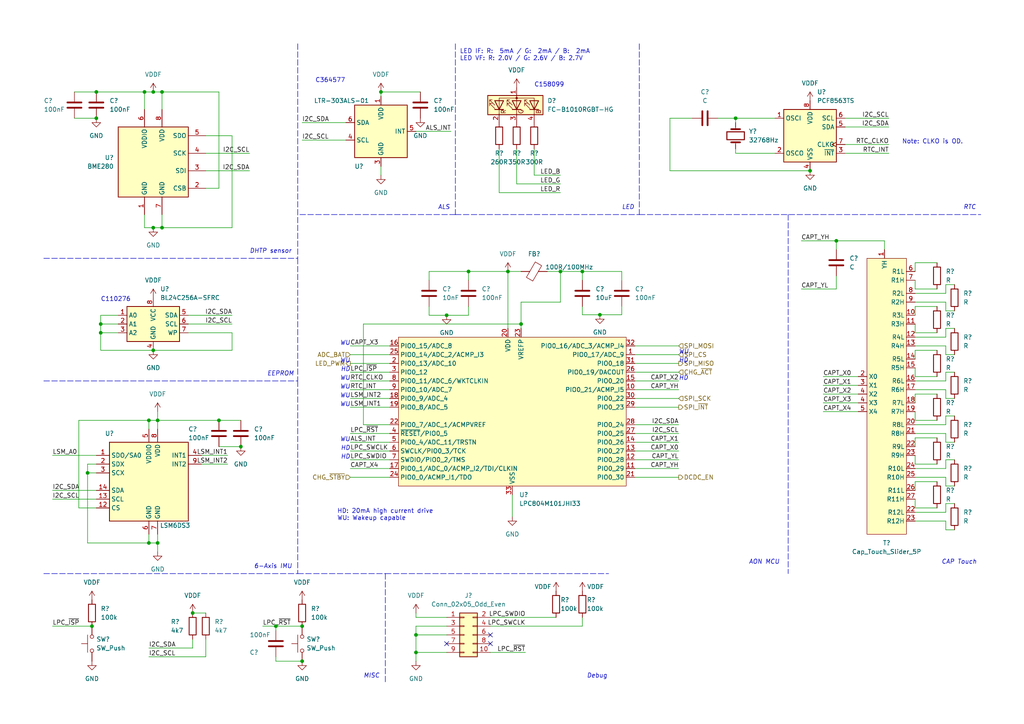
<source format=kicad_sch>
(kicad_sch (version 20211123) (generator eeschema)
  (paper "A4")
  (title_block (title "Home Sensor Tag") (rev "A0") (company "iM.Inc") (comment 1 "PRE-RELEASE"))
  (lib_symbols
    (symbol "Cap_Touch:Cap_Touch_Slider_5P"
      (property "Reference" "T" (at -38.1 -6.35 0))
      (property "Value" "Cap_Touch_Slider_5P" (at 31.75 -6.35 0))
      (symbol "Cap_Touch_Slider_5P_0_0"
        (pin passive line (at -41.91 1.27 0) (length 2.54) (name "YH") (number "1"))
        (pin passive line (at -22.86 10.16 270) (length 2.54) (name "R3L") (number "10"))
        (pin passive line (at -20.32 10.16 270) (length 2.54) (name "R3H") (number "11"))
        (pin passive line (at -16.51 10.16 270) (length 2.54) (name "R4L") (number "12"))
        (pin passive line (at -13.97 10.16 270) (length 2.54) (name "R4H") (number "13"))
        (pin passive line (at -10.16 10.16 270) (length 2.54) (name "R5L") (number "14"))
        (pin passive line (at -7.62 10.16 270) (length 2.54) (name "R5H") (number "15"))
        (pin passive line (at -3.81 10.16 270) (length 2.54) (name "R6L") (number "16"))
        (pin passive line (at -1.27 10.16 270) (length 2.54) (name "R6H") (number "17"))
        (pin passive line (at 2.54 10.16 270) (length 2.54) (name "R7L") (number "18"))
        (pin passive line (at 5.08 10.16 270) (length 2.54) (name "R7H") (number "19"))
        (pin passive line (at -5.08 -6.35 90) (length 2.54) (name "X0") (number "2"))
        (pin passive line (at 8.89 10.16 270) (length 2.54) (name "R8L") (number "20"))
        (pin passive line (at 11.43 10.16 270) (length 2.54) (name "R8H") (number "21"))
        (pin passive line (at 34.29 10.16 270) (length 2.54) (name "R12L") (number "22"))
        (pin passive line (at 15.24 10.16 270) (length 2.54) (name "R9L") (number "22"))
        (pin passive line (at 36.83 10.16 270) (length 2.54) (name "R12H") (number "23"))
        (pin passive line (at 17.78 10.16 270) (length 2.54) (name "R9H") (number "23"))
        (pin passive line (at 21.59 10.16 270) (length 2.54) (name "R10L") (number "24"))
        (pin passive line (at 24.13 10.16 270) (length 2.54) (name "R10H") (number "25"))
        (pin passive line (at 27.94 10.16 270) (length 2.54) (name "R11L") (number "26"))
        (pin passive line (at 30.48 10.16 270) (length 2.54) (name "R11H") (number "27"))
        (pin passive line (at -2.54 -6.35 90) (length 2.54) (name "X1") (number "3"))
        (pin passive line (at 0 -6.35 90) (length 2.54) (name "X2") (number "4"))
        (pin passive line (at 2.54 -6.35 90) (length 2.54) (name "X3") (number "4"))
        (pin passive line (at 5.08 -6.35 90) (length 2.54) (name "X4") (number "5"))
        (pin passive line (at -35.56 10.16 270) (length 2.54) (name "R1L") (number "6"))
        (pin passive line (at -33.02 10.16 270) (length 2.54) (name "R1H") (number "7"))
        (pin passive line (at -29.21 10.16 270) (length 2.54) (name "R2L") (number "8"))
        (pin passive line (at -26.67 10.16 270) (length 2.54) (name "R2H") (number "9"))
      )
      (symbol "Cap_Touch_Slider_5P_0_1"
        (rectangle (start -39.37 7.62) (end 40.64 -3.81) (fill (type background)))
      )
    )
    (symbol "Connector_Generic:Conn_02x05_Odd_Even" (pin_names (offset 1.016) hide)
      (property "Reference" "J" (at 1.27 7.62 0))
      (property "Value" "Conn_02x05_Odd_Even" (at 1.27 -7.62 0))
      (symbol "Conn_02x05_Odd_Even_1_1"
        (rectangle (start -1.27 -4.953) (end 0 -5.207) (stroke (width 0.1524)))
        (rectangle (start -1.27 -2.413) (end 0 -2.667) (stroke (width 0.1524)))
        (rectangle (start -1.27 0.127) (end 0 -0.127) (stroke (width 0.1524)))
        (rectangle (start -1.27 2.667) (end 0 2.413) (stroke (width 0.1524)))
        (rectangle (start -1.27 5.207) (end 0 4.953) (stroke (width 0.1524)))
        (rectangle (start -1.27 6.35) (end 3.81 -6.35) (stroke (width 0.254)) (fill (type background)))
        (rectangle (start 3.81 -4.953) (end 2.54 -5.207) (stroke (width 0.1524)))
        (rectangle (start 3.81 -2.413) (end 2.54 -2.667) (stroke (width 0.1524)))
        (rectangle (start 3.81 0.127) (end 2.54 -0.127) (stroke (width 0.1524)))
        (rectangle (start 3.81 2.667) (end 2.54 2.413) (stroke (width 0.1524)))
        (rectangle (start 3.81 5.207) (end 2.54 4.953) (stroke (width 0.1524)))
        (pin passive line (at -5.08 5.08 0) (length 3.81) (name "Pin_1") (number "1"))
        (pin passive line (at 7.62 -5.08 180) (length 3.81) (name "Pin_10") (number "10"))
        (pin passive line (at 7.62 5.08 180) (length 3.81) (name "Pin_2") (number "2"))
        (pin passive line (at -5.08 2.54 0) (length 3.81) (name "Pin_3") (number "3"))
        (pin passive line (at 7.62 2.54 180) (length 3.81) (name "Pin_4") (number "4"))
        (pin passive line (at -5.08 0 0) (length 3.81) (name "Pin_5") (number "5"))
        (pin passive line (at 7.62 0 180) (length 3.81) (name "Pin_6") (number "6"))
        (pin passive line (at -5.08 -2.54 0) (length 3.81) (name "Pin_7") (number "7"))
        (pin passive line (at 7.62 -2.54 180) (length 3.81) (name "Pin_8") (number "8"))
        (pin passive line (at -5.08 -5.08 0) (length 3.81) (name "Pin_9") (number "9"))
      )
    )
    (symbol "Device:C" (pin_numbers hide) (pin_names (offset 0.254))
      (property "Reference" "C" (at 0.635 2.54 0))
      (property "Value" "C" (at 0.635 -2.54 0))
      (symbol "C_0_1"
        (polyline (pts (xy -2.032 -0.762) (xy 2.032 -0.762)) (stroke (width 0.508)))
        (polyline (pts (xy -2.032 0.762) (xy 2.032 0.762)) (stroke (width 0.508)))
      )
      (symbol "C_1_1"
        (pin passive line (at 0 3.81 270) (length 2.794) (name "~") (number "1"))
        (pin passive line (at 0 -3.81 90) (length 2.794) (name "~") (number "2"))
      )
    )
    (symbol "Device:Crystal" (pin_numbers hide) (pin_names (offset 1.016) hide)
      (property "Reference" "Y" (at 0 3.81 0))
      (property "Value" "Crystal" (at 0 -3.81 0))
      (symbol "Crystal_0_1"
        (rectangle (start -1.143 2.54) (end 1.143 -2.54) (stroke (width 0.3048)))
        (polyline (pts (xy -2.54 0) (xy -1.905 0)))
        (polyline (pts (xy -1.905 -1.27) (xy -1.905 1.27)) (stroke (width 0.508)))
        (polyline (pts (xy 1.905 -1.27) (xy 1.905 1.27)) (stroke (width 0.508)))
        (polyline (pts (xy 2.54 0) (xy 1.905 0)))
      )
      (symbol "Crystal_1_1"
        (pin passive line (at -3.81 0 0) (length 1.27) (name "1") (number "1"))
        (pin passive line (at 3.81 0 180) (length 1.27) (name "2") (number "2"))
      )
    )
    (symbol "Device:FerriteBead" (pin_numbers hide) (pin_names (offset 0))
      (property "Reference" "FB" (at -3.81 0.635 90))
      (property "Value" "FerriteBead" (at 3.81 0 90))
      (symbol "FerriteBead_0_1"
        (polyline (pts (xy 0 -1.27) (xy 0 -1.2192)))
        (polyline (pts (xy 0 1.27) (xy 0 1.2954)))
        (polyline (pts (xy -2.7686 0.4064) (xy -1.7018 2.2606) (xy 2.7686 -0.3048) (xy 1.6764 -2.159) (xy -2.7686 0.4064)))
      )
      (symbol "FerriteBead_1_1"
        (pin passive line (at 0 3.81 270) (length 2.54) (name "~") (number "1"))
        (pin passive line (at 0 -3.81 90) (length 2.54) (name "~") (number "2"))
      )
    )
    (symbol "Device:LED_ARGB" (pin_names (offset 0) hide)
      (property "Reference" "D" (at 0 9.398 0))
      (property "Value" "LED_ARGB" (at 0 -8.89 0))
      (symbol "LED_ARGB_0_0"
        (text "B" (at -1.905 -6.35 0) (effects (font (size 1.27 1.27))))
        (text "G" (at -1.905 -1.27 0) (effects (font (size 1.27 1.27))))
        (text "R" (at -1.905 3.81 0) (effects (font (size 1.27 1.27))))
      )
      (symbol "LED_ARGB_0_1"
        (polyline (pts (xy -1.27 -5.08) (xy -2.54 -5.08)))
        (polyline (pts (xy -1.27 -5.08) (xy 1.27 -5.08)))
        (polyline (pts (xy -1.27 -3.81) (xy -1.27 -6.35)) (stroke (width 0.254)))
        (polyline (pts (xy -1.27 0) (xy -2.54 0)))
        (polyline (pts (xy -1.27 1.27) (xy -1.27 -1.27)) (stroke (width 0.254)))
        (polyline (pts (xy -1.27 5.08) (xy -2.54 5.08)))
        (polyline (pts (xy -1.27 5.08) (xy 1.27 5.08)))
        (polyline (pts (xy -1.27 6.35) (xy -1.27 3.81)) (stroke (width 0.254)))
        (polyline (pts (xy 1.27 0) (xy -1.27 0)))
        (polyline (pts (xy 1.27 0) (xy 2.54 0)))
        (polyline (pts (xy -1.27 1.27) (xy -1.27 -1.27) (xy -1.27 -1.27)))
        (polyline (pts (xy -1.27 6.35) (xy -1.27 3.81) (xy -1.27 3.81)))
        (polyline (pts (xy 1.27 -5.08) (xy 2.032 -5.08) (xy 2.032 5.08) (xy 1.27 5.08)))
        (polyline (pts (xy 1.27 -3.81) (xy 1.27 -6.35) (xy -1.27 -5.08) (xy 1.27 -3.81)) (stroke (width 0.254)))
        (polyline (pts (xy 1.27 1.27) (xy 1.27 -1.27) (xy -1.27 0) (xy 1.27 1.27)) (stroke (width 0.254)))
        (polyline (pts (xy 1.27 6.35) (xy 1.27 3.81) (xy -1.27 5.08) (xy 1.27 6.35)) (stroke (width 0.254)))
        (polyline (pts (xy -1.016 -3.81) (xy 0.508 -2.286) (xy -0.254 -2.286) (xy 0.508 -2.286) (xy 0.508 -3.048)))
        (polyline (pts (xy -1.016 1.27) (xy 0.508 2.794) (xy -0.254 2.794) (xy 0.508 2.794) (xy 0.508 2.032)))
        (polyline (pts (xy -1.016 6.35) (xy 0.508 7.874) (xy -0.254 7.874) (xy 0.508 7.874) (xy 0.508 7.112)))
        (polyline (pts (xy 0 -3.81) (xy 1.524 -2.286) (xy 0.762 -2.286) (xy 1.524 -2.286) (xy 1.524 -3.048)))
        (polyline (pts (xy 0 1.27) (xy 1.524 2.794) (xy 0.762 2.794) (xy 1.524 2.794) (xy 1.524 2.032)))
        (polyline (pts (xy 0 6.35) (xy 1.524 7.874) (xy 0.762 7.874) (xy 1.524 7.874) (xy 1.524 7.112)))
        (rectangle (start 1.27 -1.27) (end 1.27 1.27))
        (rectangle (start 1.27 1.27) (end 1.27 1.27))
        (rectangle (start 1.27 3.81) (end 1.27 6.35))
        (rectangle (start 1.27 6.35) (end 1.27 6.35))
        (circle (center 2.032 0) (radius 0.254) (fill (type outline)))
        (rectangle (start 2.794 8.382) (end -2.794 -7.62) (stroke (width 0.254)) (fill (type background)))
      )
      (symbol "LED_ARGB_1_1"
        (pin passive line (at 5.08 0 180) (length 2.54) (name "A") (number "1"))
        (pin passive line (at -5.08 5.08 0) (length 2.54) (name "RK") (number "2"))
        (pin passive line (at -5.08 0 0) (length 2.54) (name "GK") (number "3"))
        (pin passive line (at -5.08 -5.08 0) (length 2.54) (name "BK") (number "4"))
      )
    )
    (symbol "Device:R" (pin_numbers hide) (pin_names (offset 0))
      (property "Reference" "R" (at 2.032 0 90))
      (property "Value" "R" (at 0 0 90))
      (symbol "R_0_1"
        (rectangle (start -1.016 -2.54) (end 1.016 2.54) (stroke (width 0.254)))
      )
      (symbol "R_1_1"
        (pin passive line (at 0 3.81 270) (length 1.27) (name "~") (number "1"))
        (pin passive line (at 0 -3.81 90) (length 1.27) (name "~") (number "2"))
      )
    )
    (symbol "MCU_NXP_LPC_Local:LPC804M101JHI33"
      (property "Reference" "U" (at -31.75 21.59 0))
      (property "Value" "LPC804M101JHI33" (at 24.13 21.59 0))
      (symbol "LPC804M101JHI33_0_0"
        (pin tri_state line (at 35.56 15.24 180) (length 2.54) (name "PIO0_17/ADC_9") (number "1"))
        (pin tri_state line (at 35.56 5.08 180) (length 2.54) (name "PIO0_21/ACMP_I5") (number "10"))
        (pin tri_state line (at 35.56 -17.78 180) (length 2.54) (name "PIO0_29") (number "11"))
        (pin tri_state line (at 35.56 -15.24 180) (length 2.54) (name "PIO0_28") (number "12"))
        (pin tri_state line (at 35.56 -12.7 180) (length 2.54) (name "PIO0_27") (number "13"))
        (pin tri_state line (at 35.56 -10.16 180) (length 2.54) (name "PIO0_26") (number "14"))
        (pin tri_state line (at 35.56 7.62 180) (length 2.54) (name "PIO0_20") (number "15"))
        (pin tri_state line (at -35.56 17.78 0) (length 2.54) (name "PIO0_15/ADC_8") (number "16"))
        (pin tri_state line (at -35.56 -17.78 0) (length 2.54) (name "PIO0_1/ADC_0/ACMP_I2/TDI/CLKIN") (number "17"))
        (pin tri_state line (at -35.56 2.54 0) (length 2.54) (name "PIO0_9/ADC_4") (number "18"))
        (pin tri_state line (at -35.56 0 0) (length 2.54) (name "PIO0_8/ADC_5") (number "19"))
        (pin tri_state line (at -35.56 12.7 0) (length 2.54) (name "PIO0_13/ADC_10") (number "2"))
        (pin power_in line (at -1.27 22.86 270) (length 2.54) (name "VDD") (number "20"))
        (pin tri_state line (at 35.56 -20.32 180) (length 2.54) (name "PIO0_30") (number "21"))
        (pin tri_state line (at -35.56 -5.08 0) (length 2.54) (name "PIO0_7/ADC_1/ACMPVREF") (number "22"))
        (pin power_in line (at 2.54 22.86 270) (length 2.54) (name "VREFP") (number "23"))
        (pin tri_state line (at -35.56 -20.32 0) (length 2.54) (name "PIO0_0/ACMP_I1/TDO") (number "24"))
        (pin tri_state line (at -35.56 15.24 0) (length 2.54) (name "PIO0_14/ADC_2/ACMP_I3") (number "25"))
        (pin tri_state line (at 35.56 10.16 180) (length 2.54) (name "PIO0_19/DACOUT") (number "26"))
        (pin tri_state line (at 35.56 -7.62 180) (length 2.54) (name "PIO0_25") (number "27"))
        (pin tri_state line (at 35.56 -5.08 180) (length 2.54) (name "PIO0_24") (number "28"))
        (pin tri_state line (at 35.56 0 180) (length 2.54) (name "PIO0_23") (number "29"))
        (pin tri_state line (at -35.56 10.16 0) (length 2.54) (name "PIO0_12") (number "3"))
        (pin tri_state line (at 35.56 2.54 180) (length 2.54) (name "PIO0_22") (number "30"))
        (pin tri_state line (at 35.56 12.7 180) (length 2.54) (name "PIO0_18") (number "31"))
        (pin tri_state line (at 35.56 17.78 180) (length 2.54) (name "PIO0_16/ADC_3/ACMP_I4") (number "32"))
        (pin power_in line (at 0 -25.4 90) (length 2.54) (name "VSS") (number "33"))
        (pin tri_state line (at -35.56 -7.62 0) (length 2.54) (name "~{RESET}/PIO0_5") (number "4"))
        (pin tri_state line (at -35.56 -10.16 0) (length 2.54) (name "PIO0_4/ADC_11/TRSTN") (number "5"))
        (pin tri_state line (at -35.56 -12.7 0) (length 2.54) (name "SWCLK/PIO0_3/TCK") (number "6"))
        (pin tri_state line (at -35.56 -15.24 0) (length 2.54) (name "SWDIO/PIO0_2/TMS") (number "7"))
        (pin tri_state line (at -35.56 7.62 0) (length 2.54) (name "PIO0_11/ADC_6/WKTCLKIN") (number "8"))
        (pin tri_state line (at -35.56 5.08 0) (length 2.54) (name "PIO0_10/ADC_7") (number "9"))
      )
      (symbol "LPC804M101JHI33_0_1"
        (rectangle (start -33.02 20.32) (end 33.02 -22.86) (fill (type background)))
      )
    )
    (symbol "Memory_EEPROM:CAT24C256"
      (property "Reference" "U" (at -6.35 6.35 0))
      (property "Value" "CAT24C256" (at 1.27 6.35 0))
      (symbol "CAT24C256_1_1"
        (rectangle (start -7.62 5.08) (end 7.62 -5.08) (stroke (width 0.254)) (fill (type background)))
        (pin input line (at -10.16 2.54 0) (length 2.54) (name "A0") (number "1"))
        (pin input line (at -10.16 0 0) (length 2.54) (name "A1") (number "2"))
        (pin input line (at -10.16 -2.54 0) (length 2.54) (name "A2") (number "3"))
        (pin power_in line (at 0 -7.62 90) (length 2.54) (name "GND") (number "4"))
        (pin bidirectional line (at 10.16 2.54 180) (length 2.54) (name "SDA") (number "5"))
        (pin input line (at 10.16 0 180) (length 2.54) (name "SCL") (number "6"))
        (pin input line (at 10.16 -2.54 180) (length 2.54) (name "WP") (number "7"))
        (pin power_in line (at 0 7.62 270) (length 2.54) (name "VCC") (number "8"))
      )
    )
    (symbol "Sensor:BME280"
      (property "Reference" "U" (at -8.89 11.43 0))
      (property "Value" "BME280" (at 7.62 11.43 0))
      (symbol "BME280_0_1"
        (rectangle (start -10.16 10.16) (end 10.16 -10.16) (stroke (width 0.254)) (fill (type background)))
      )
      (symbol "BME280_1_1"
        (pin power_in line (at -2.54 -15.24 90) (length 5.08) (name "GND") (number "1"))
        (pin input line (at 15.24 -7.62 180) (length 5.08) (name "CSB") (number "2"))
        (pin bidirectional line (at 15.24 -2.54 180) (length 5.08) (name "SDI") (number "3"))
        (pin input line (at 15.24 2.54 180) (length 5.08) (name "SCK") (number "4"))
        (pin bidirectional line (at 15.24 7.62 180) (length 5.08) (name "SDO") (number "5"))
        (pin power_in line (at -2.54 15.24 270) (length 5.08) (name "VDDIO") (number "6"))
        (pin power_in line (at 2.54 -15.24 90) (length 5.08) (name "GND") (number "7"))
        (pin power_in line (at 2.54 15.24 270) (length 5.08) (name "VDD") (number "8"))
      )
    )
    (symbol "Sensor_Motion:LSM6DS3"
      (property "Reference" "U" (at -11.43 15.24 0))
      (property "Value" "LSM6DS3" (at -11.43 12.7 0))
      (symbol "LSM6DS3_0_1"
        (rectangle (start 11.43 11.43) (end -11.43 -11.43) (stroke (width 0.254)) (fill (type background)))
      )
      (symbol "LSM6DS3_1_1"
        (pin bidirectional line (at -15.24 7.62 0) (length 3.81) (name "SDO/SA0") (number "1"))
        (pin no_connect line (at 10.16 -5.08 180) (length 3.81) hide (name "NC") (number "10"))
        (pin no_connect line (at 10.16 -2.54 180) (length 3.81) hide (name "NC") (number "11"))
        (pin input line (at -15.24 -7.62 0) (length 3.81) (name "CS") (number "12"))
        (pin input line (at -15.24 -5.08 0) (length 3.81) (name "SCL") (number "13"))
        (pin bidirectional line (at -15.24 -2.54 0) (length 3.81) (name "SDA") (number "14"))
        (pin bidirectional line (at -15.24 5.08 0) (length 3.81) (name "SDX") (number "2"))
        (pin input line (at -15.24 2.54 0) (length 3.81) (name "SCX") (number "3"))
        (pin output line (at 15.24 7.62 180) (length 3.81) (name "INT1") (number "4"))
        (pin power_in line (at 0 15.24 270) (length 3.81) (name "VDDIO") (number "5"))
        (pin power_in line (at 0 -15.24 90) (length 3.81) (name "GND") (number "6"))
        (pin power_in line (at 2.54 -15.24 90) (length 3.81) (name "GND") (number "7"))
        (pin power_in line (at 2.54 15.24 270) (length 3.81) (name "VDD") (number "8"))
        (pin output line (at 15.24 5.08 180) (length 3.81) (name "INT2") (number "9"))
      )
    )
    (symbol "Sensor_Optical:LTR-303ALS-01"
      (property "Reference" "U" (at -7.62 8.89 0))
      (property "Value" "LTR-303ALS-01" (at 1.27 8.89 0))
      (symbol "LTR-303ALS-01_0_1"
        (rectangle (start -7.62 7.62) (end 7.62 -7.62) (stroke (width 0.254)) (fill (type background)))
      )
      (symbol "LTR-303ALS-01_1_1"
        (pin power_in line (at 0 10.16 270) (length 2.54) (name "VDD") (number "1"))
        (pin no_connect line (at 2.54 0 180) (length 2.54) hide (name "NC") (number "2"))
        (pin power_in line (at 0 -10.16 90) (length 2.54) (name "GND") (number "3"))
        (pin input line (at -10.16 -2.54 0) (length 2.54) (name "SCL") (number "4"))
        (pin open_collector line (at 10.16 0 180) (length 2.54) (name "INT") (number "5"))
        (pin bidirectional line (at -10.16 2.54 0) (length 2.54) (name "SDA") (number "6"))
      )
    )
    (symbol "Switch:SW_Push" (pin_numbers hide) (pin_names (offset 1.016) hide)
      (property "Reference" "SW" (at 1.27 2.54 0))
      (property "Value" "SW_Push" (at 0 -1.524 0))
      (symbol "SW_Push_0_1"
        (circle (center -2.032 0) (radius 0.508))
        (polyline (pts (xy 0 1.27) (xy 0 3.048)))
        (polyline (pts (xy 2.54 1.27) (xy -2.54 1.27)))
        (circle (center 2.032 0) (radius 0.508))
        (pin passive line (at -5.08 0 0) (length 2.54) (name "1") (number "1"))
        (pin passive line (at 5.08 0 180) (length 2.54) (name "2") (number "2"))
      )
    )
    (symbol "Timer_RTC:PCF8563TS"
      (property "Reference" "U" (at -7.62 8.89 0))
      (property "Value" "PCF8563TS" (at 2.54 8.89 0))
      (symbol "PCF8563TS_0_1"
        (rectangle (start -7.62 7.62) (end 7.62 -7.62) (stroke (width 0.254)) (fill (type background)))
      )
      (symbol "PCF8563TS_1_1"
        (pin input line (at -10.16 5.08 0) (length 2.54) (name "OSCI") (number "1"))
        (pin output line (at -10.16 -5.08 0) (length 2.54) (name "OSCO") (number "2"))
        (pin output line (at 10.16 -5.08 180) (length 2.54) (name "~{INT}") (number "3"))
        (pin power_in line (at 0 -10.16 90) (length 2.54) (name "VSS") (number "4"))
        (pin bidirectional line (at 10.16 2.54 180) (length 2.54) (name "SDA") (number "5"))
        (pin input line (at 10.16 5.08 180) (length 2.54) (name "SCL") (number "6"))
        (pin output clock (at 10.16 -2.54 180) (length 2.54) (name "CLKO") (number "7"))
        (pin power_in line (at 0 10.16 270) (length 2.54) (name "VDD") (number "8"))
      )
    )
    (symbol "power:GND" (power) (pin_names (offset 0))
      (property "Value" "GND" (at 0 -3.81 0))
      (symbol "GND_0_1"
        (polyline (pts (xy 0 0) (xy 0 -1.27) (xy 1.27 -1.27) (xy 0 -2.54) (xy -1.27 -1.27) (xy 0 -1.27)))
      )
      (symbol "GND_1_1"
        (pin power_in line (at 0 0 270) (length 0) hide (name "GND") (number "1"))
      )
    )
    (symbol "power:VDDF" (power) (pin_names (offset 0))
      (property "Value" "VDDF" (at 0 3.81 0))
      (symbol "VDDF_0_1"
        (polyline (pts (xy -0.762 1.27) (xy 0 2.54)))
        (polyline (pts (xy 0 0) (xy 0 2.54)))
        (polyline (pts (xy 0 2.54) (xy 0.762 1.27)))
      )
      (symbol "VDDF_1_1"
        (pin power_in line (at 0 0 90) (length 0) hide (name "VDDF") (number "1"))
      )
    )
  )
  (junction (at 242.57 69.85))
  (junction (at 80.01 181.61))
  (junction (at 120.65 184.15))
  (junction (at 27.94 34.29))
  (junction (at 87.63 181.61))
  (junction (at 135.89 78.74))
  (junction (at 46.99 66.04))
  (junction (at 69.85 129.54))
  (junction (at 213.36 34.29))
  (junction (at 26.67 181.61))
  (junction (at 234.95 49.53))
  (junction (at 162.56 78.74))
  (junction (at 44.45 101.6))
  (junction (at 44.45 66.04))
  (junction (at 46.99 26.67))
  (junction (at 173.99 91.2961))
  (junction (at 55.88 177.8))
  (junction (at 25.4 137.16))
  (junction (at 29.21 96.52))
  (junction (at 44.45 26.67))
  (junction (at 43.18 157.48))
  (junction (at 87.63 191.77))
  (junction (at 45.72 157.48))
  (junction (at 151.13 93.98))
  (junction (at 147.32 78.74))
  (junction (at 41.91 26.67))
  (junction (at 43.18 121.92))
  (junction (at 45.72 121.92))
  (junction (at 27.94 26.67))
  (junction (at 63.5 121.92))
  (junction (at 129.54 91.44))
  (junction (at 29.21 93.98))
  (junction (at 168.91 78.74))
  (junction (at 120.65 189.23))
  (junction (at 110.49 26.67))
  (no_connect (at 129.54 186.69))
  (no_connect (at 142.24 186.69))
  (no_connect (at 142.24 184.15))
  (wire (pts (xy 59.69 54.61) (xy 63.5 54.61)))
  (wire (pts (xy 22.86 121.92) (xy 43.18 121.92)))
  (wire (pts (xy 265.43 100.33) (xy 274.32 100.33)))
  (wire (pts (xy 55.88 177.8) (xy 59.69 177.8)))
  (wire (pts (xy 180.34 88.9) (xy 180.34 91.2961)))
  (wire (pts (xy 265.43 106.68) (xy 265.43 109.22)))
  (wire (pts (xy 242.57 69.85) (xy 242.57 72.39)))
  (wire (pts (xy 67.31 66.04) (xy 46.99 66.04)))
  (wire (pts (xy 46.99 31.75) (xy 46.99 26.67)))
  (wire (pts (xy 265.43 127) (xy 271.78 127)))
  (wire (pts (xy 54.61 91.44) (xy 67.31 91.44)))
  (wire (pts (xy 63.5 54.61) (xy 63.5 26.67)))
  (wire (pts (xy 265.43 78.74) (xy 265.43 76.2)))
  (wire (pts (xy 55.88 187.96) (xy 43.18 187.96)))
  (wire (pts (xy 15.24 132.08) (xy 27.94 132.08)))
  (wire (pts (xy 101.6 128.27) (xy 113.03 128.27)))
  (wire (pts (xy 58.42 132.08) (xy 66.04 132.08)))
  (wire (pts (xy 129.54 91.44) (xy 124.46 91.44)))
  (wire (pts (xy 274.32 135.89) (xy 274.32 133.35)))
  (wire (pts (xy 45.72 121.92) (xy 63.5 121.92)))
  (wire (pts (xy 120.65 38.1) (xy 130.81 38.1)))
  (wire (pts (xy 63.5 129.54) (xy 69.85 129.54)))
  (wire (pts (xy 238.76 111.76) (xy 248.92 111.76)))
  (wire (pts (xy 151.13 93.98) (xy 151.13 95.25)))
  (wire (pts (xy 59.69 44.45) (xy 72.39 44.45)))
  (wire (pts (xy 54.61 96.52) (xy 67.31 96.52)))
  (wire (pts (xy 242.57 80.01) (xy 242.57 83.82)))
  (wire (pts (xy 213.36 34.29) (xy 224.79 34.29)))
  (wire (pts (xy 274.32 140.97) (xy 276.86 140.97)))
  (wire (pts (xy 184.15 102.87) (xy 196.85 102.87)))
  (wire (pts (xy 151.13 78.74) (xy 147.32 78.74)))
  (wire (pts (xy 274.32 95.25) (xy 276.86 95.25)))
  (wire (pts (xy 120.65 177.8) (xy 120.65 179.07)))
  (wire (pts (xy 21.59 26.67) (xy 27.94 26.67)))
  (wire (pts (xy 101.6 113.03) (xy 113.03 113.03)))
  (wire (pts (xy 274.32 128.27) (xy 276.86 128.27)))
  (wire (pts (xy 232.41 69.85) (xy 242.57 69.85)))
  (wire (pts (xy 184.15 118.11) (xy 196.85 118.11)))
  (polyline (pts (xy 12.7 166.37) (xy 86.36 166.37)))
  (wire (pts (xy 101.6 125.73) (xy 113.03 125.73)))
  (wire (pts (xy 274.32 97.79) (xy 274.32 95.25)))
  (wire (pts (xy 265.43 88.9) (xy 271.78 88.9)))
  (wire (pts (xy 274.32 153.67) (xy 276.86 153.67)))
  (wire (pts (xy 168.91 78.74) (xy 168.91 81.28)))
  (wire (pts (xy 245.11 41.91) (xy 257.81 41.91)))
  (wire (pts (xy 101.6 133.35) (xy 113.03 133.35)))
  (wire (pts (xy 180.34 91.2961) (xy 173.99 91.2961)))
  (wire (pts (xy 265.43 148.59) (xy 274.32 148.59)))
  (wire (pts (xy 274.32 133.35) (xy 276.86 133.35)))
  (wire (pts (xy 59.69 49.53) (xy 72.39 49.53)))
  (wire (pts (xy 45.72 157.48) (xy 45.72 160.02)))
  (wire (pts (xy 274.32 148.59) (xy 274.32 146.05)))
  (wire (pts (xy 110.49 26.67) (xy 121.92 26.67)))
  (wire (pts (xy 135.89 91.44) (xy 129.54 91.44)))
  (wire (pts (xy 120.65 181.61) (xy 120.65 184.15)))
  (wire (pts (xy 124.46 91.44) (xy 124.46 88.9)))
  (wire (pts (xy 180.34 78.74) (xy 180.34 81.28)))
  (wire (pts (xy 265.43 121.92) (xy 271.78 121.92)))
  (wire (pts (xy 120.65 184.15) (xy 120.65 189.23)))
  (wire (pts (xy 46.99 62.23) (xy 46.99 66.04)))
  (wire (pts (xy 245.11 34.29) (xy 257.81 34.29)))
  (wire (pts (xy 101.6 110.49) (xy 113.03 110.49)))
  (wire (pts (xy 29.21 93.98) (xy 34.29 93.98)))
  (wire (pts (xy 184.15 130.81) (xy 196.85 130.81)))
  (wire (pts (xy 265.43 138.43) (xy 274.32 138.43)))
  (wire (pts (xy 135.89 78.74) (xy 147.32 78.74)))
  (wire (pts (xy 274.32 113.03) (xy 274.32 115.57)))
  (wire (pts (xy 194.31 49.53) (xy 234.95 49.53)))
  (wire (pts (xy 21.59 34.29) (xy 27.94 34.29)))
  (wire (pts (xy 29.21 96.52) (xy 34.29 96.52)))
  (polyline (pts (xy 185.42 62.23) (xy 284.48 62.23)))
  (wire (pts (xy 100.33 35.56) (xy 87.63 35.56)))
  (wire (pts (xy 101.6 102.87) (xy 113.03 102.87)))
  (wire (pts (xy 274.32 82.55) (xy 276.86 82.55)))
  (wire (pts (xy 67.31 96.52) (xy 67.31 101.6)))
  (wire (pts (xy 101.6 105.41) (xy 113.03 105.41)))
  (wire (pts (xy 154.94 43.18) (xy 154.94 50.8)))
  (wire (pts (xy 154.94 50.8) (xy 162.56 50.8)))
  (wire (pts (xy 22.86 147.32) (xy 22.86 121.92)))
  (wire (pts (xy 113.03 123.19) (xy 105.41 123.19)))
  (wire (pts (xy 142.24 181.61) (xy 168.91 181.61)))
  (polyline (pts (xy 132.08 62.23) (xy 86.36 62.23)))
  (wire (pts (xy 43.18 121.92) (xy 45.72 121.92)))
  (wire (pts (xy 265.43 147.32) (xy 271.78 147.32)))
  (wire (pts (xy 151.13 87.63) (xy 151.13 93.98)))
  (wire (pts (xy 67.31 39.37) (xy 67.31 66.04)))
  (polyline (pts (xy 86.36 166.37) (xy 111.76 166.37)))
  (wire (pts (xy 43.18 190.5) (xy 59.69 190.5)))
  (wire (pts (xy 120.65 189.23) (xy 129.54 189.23)))
  (wire (pts (xy 265.43 91.44) (xy 265.43 88.9)))
  (wire (pts (xy 162.56 87.63) (xy 162.56 78.74)))
  (wire (pts (xy 27.94 142.24) (xy 15.24 142.24)))
  (polyline (pts (xy 111.76 166.37) (xy 111.76 198.12)))
  (polyline (pts (xy 228.6 62.23) (xy 228.6 166.37)))
  (wire (pts (xy 274.32 115.57) (xy 276.86 115.57)))
  (wire (pts (xy 120.65 184.15) (xy 129.54 184.15)))
  (wire (pts (xy 27.94 26.67) (xy 41.91 26.67)))
  (wire (pts (xy 101.6 135.89) (xy 113.03 135.89)))
  (wire (pts (xy 67.31 101.6) (xy 44.45 101.6)))
  (wire (pts (xy 148.59 143.51) (xy 148.59 149.86)))
  (wire (pts (xy 101.6 100.33) (xy 113.03 100.33)))
  (wire (pts (xy 265.43 139.7) (xy 271.78 139.7)))
  (wire (pts (xy 29.21 93.98) (xy 29.21 96.52)))
  (wire (pts (xy 29.21 101.6) (xy 44.45 101.6)))
  (wire (pts (xy 274.32 90.17) (xy 276.86 90.17)))
  (wire (pts (xy 101.6 107.95) (xy 113.03 107.95)))
  (wire (pts (xy 265.43 101.6) (xy 271.78 101.6)))
  (wire (pts (xy 265.43 116.84) (xy 265.43 114.3)))
  (wire (pts (xy 245.11 36.83) (xy 257.81 36.83)))
  (polyline (pts (xy 132.08 12.7) (xy 132.08 62.23)))
  (wire (pts (xy 158.75 78.74) (xy 162.56 78.74)))
  (wire (pts (xy 45.72 119.38) (xy 45.72 121.92)))
  (wire (pts (xy 25.4 134.62) (xy 25.4 137.16)))
  (wire (pts (xy 59.69 185.42) (xy 59.69 190.5)))
  (wire (pts (xy 265.43 104.14) (xy 265.43 101.6)))
  (wire (pts (xy 265.43 76.2) (xy 271.78 76.2)))
  (wire (pts (xy 238.76 119.38) (xy 248.92 119.38)))
  (wire (pts (xy 274.32 100.33) (xy 274.32 102.87)))
  (wire (pts (xy 101.6 115.57) (xy 113.03 115.57)))
  (wire (pts (xy 27.94 144.78) (xy 15.24 144.78)))
  (wire (pts (xy 265.43 125.73) (xy 274.32 125.73)))
  (wire (pts (xy 274.32 146.05) (xy 276.86 146.05)))
  (wire (pts (xy 274.32 107.95) (xy 276.86 107.95)))
  (wire (pts (xy 274.32 87.63) (xy 274.32 90.17)))
  (wire (pts (xy 274.32 151.13) (xy 274.32 153.67)))
  (wire (pts (xy 149.86 53.34) (xy 162.56 53.34)))
  (wire (pts (xy 265.43 87.63) (xy 274.32 87.63)))
  (wire (pts (xy 29.21 91.44) (xy 29.21 93.98)))
  (wire (pts (xy 256.54 69.85) (xy 242.57 69.85)))
  (polyline (pts (xy 12.7 110.49) (xy 86.36 110.49)))
  (wire (pts (xy 63.5 121.92) (xy 69.85 121.92)))
  (wire (pts (xy 43.18 157.48) (xy 45.72 157.48)))
  (wire (pts (xy 213.36 44.45) (xy 224.79 44.45)))
  (wire (pts (xy 265.43 93.98) (xy 265.43 96.52)))
  (wire (pts (xy 274.32 110.49) (xy 274.32 107.95)))
  (wire (pts (xy 274.32 138.43) (xy 274.32 140.97)))
  (wire (pts (xy 58.42 134.62) (xy 66.04 134.62)))
  (wire (pts (xy 151.13 87.63) (xy 162.56 87.63)))
  (wire (pts (xy 54.61 93.98) (xy 67.31 93.98)))
  (wire (pts (xy 129.54 181.61) (xy 120.65 181.61)))
  (wire (pts (xy 265.43 142.24) (xy 265.43 139.7)))
  (wire (pts (xy 147.32 78.74) (xy 147.32 95.25)))
  (wire (pts (xy 265.43 123.19) (xy 274.32 123.19)))
  (wire (pts (xy 238.76 109.22) (xy 248.92 109.22)))
  (wire (pts (xy 101.6 138.43) (xy 113.03 138.43)))
  (polyline (pts (xy 86.36 110.49) (xy 86.36 166.37)))
  (polyline (pts (xy 86.36 12.7) (xy 86.36 74.93)))
  (wire (pts (xy 238.76 114.3) (xy 248.92 114.3)))
  (wire (pts (xy 105.41 93.98) (xy 151.13 93.98)))
  (wire (pts (xy 25.4 157.48) (xy 43.18 157.48)))
  (wire (pts (xy 274.32 102.87) (xy 276.86 102.87)))
  (polyline (pts (xy 185.42 12.7) (xy 185.42 62.23)))
  (wire (pts (xy 265.43 119.38) (xy 265.43 121.92)))
  (wire (pts (xy 142.24 179.07) (xy 161.29 179.07)))
  (wire (pts (xy 25.4 137.16) (xy 27.94 137.16)))
  (wire (pts (xy 265.43 134.62) (xy 271.78 134.62)))
  (wire (pts (xy 213.36 43.18) (xy 213.36 44.45)))
  (wire (pts (xy 184.15 113.03) (xy 196.85 113.03)))
  (wire (pts (xy 144.78 43.18) (xy 144.78 55.88)))
  (wire (pts (xy 265.43 151.13) (xy 274.32 151.13)))
  (wire (pts (xy 63.5 26.67) (xy 46.99 26.67)))
  (wire (pts (xy 184.15 105.41) (xy 196.85 105.41)))
  (wire (pts (xy 110.49 26.67) (xy 110.49 27.94)))
  (polyline (pts (xy 86.36 74.93) (xy 86.36 110.49)))
  (wire (pts (xy 196.85 115.57) (xy 184.15 115.57)))
  (wire (pts (xy 59.69 39.37) (xy 67.31 39.37)))
  (wire (pts (xy 55.88 185.42) (xy 55.88 187.96)))
  (wire (pts (xy 274.32 85.09) (xy 274.32 82.55)))
  (wire (pts (xy 29.21 96.52) (xy 29.21 101.6)))
  (polyline (pts (xy 12.7 74.93) (xy 86.36 74.93)))
  (wire (pts (xy 45.72 121.92) (xy 45.72 124.46)))
  (wire (pts (xy 162.56 78.74) (xy 168.91 78.74)))
  (wire (pts (xy 274.32 123.19) (xy 274.32 120.65)))
  (wire (pts (xy 144.78 55.88) (xy 162.56 55.88)))
  (wire (pts (xy 265.43 96.52) (xy 271.78 96.52)))
  (wire (pts (xy 27.94 147.32) (xy 22.86 147.32)))
  (wire (pts (xy 274.32 120.65) (xy 276.86 120.65)))
  (wire (pts (xy 142.24 189.23) (xy 152.4 189.23)))
  (wire (pts (xy 265.43 81.28) (xy 265.43 83.82)))
  (wire (pts (xy 45.72 154.94) (xy 45.72 157.48)))
  (wire (pts (xy 265.43 97.79) (xy 274.32 97.79)))
  (wire (pts (xy 265.43 113.03) (xy 274.32 113.03)))
  (wire (pts (xy 110.49 48.26) (xy 110.49 50.8)))
  (wire (pts (xy 265.43 85.09) (xy 274.32 85.09)))
  (wire (pts (xy 124.46 81.28) (xy 124.46 78.74)))
  (wire (pts (xy 265.43 109.22) (xy 271.78 109.22)))
  (wire (pts (xy 101.6 130.81) (xy 113.03 130.81)))
  (wire (pts (xy 41.91 31.75) (xy 41.91 26.67)))
  (wire (pts (xy 173.99 91.2961) (xy 168.91 91.2961)))
  (wire (pts (xy 184.15 123.19) (xy 196.85 123.19)))
  (wire (pts (xy 80.01 191.77) (xy 87.63 191.77)))
  (wire (pts (xy 265.43 114.3) (xy 271.78 114.3)))
  (wire (pts (xy 265.43 83.82) (xy 271.78 83.82)))
  (polyline (pts (xy 132.08 62.23) (xy 185.42 62.23)))
  (wire (pts (xy 232.41 83.82) (xy 242.57 83.82)))
  (wire (pts (xy 27.94 134.62) (xy 25.4 134.62)))
  (wire (pts (xy 43.18 154.94) (xy 43.18 157.48)))
  (wire (pts (xy 168.91 179.07) (xy 168.91 181.61)))
  (wire (pts (xy 135.89 78.74) (xy 135.89 81.28)))
  (wire (pts (xy 76.2 181.61) (xy 80.01 181.61)))
  (wire (pts (xy 265.43 135.89) (xy 274.32 135.89)))
  (wire (pts (xy 265.43 132.08) (xy 265.43 134.62)))
  (wire (pts (xy 184.15 128.27) (xy 196.85 128.27)))
  (wire (pts (xy 135.89 88.9) (xy 135.89 91.44)))
  (wire (pts (xy 265.43 110.49) (xy 274.32 110.49)))
  (wire (pts (xy 41.91 26.67) (xy 44.45 26.67)))
  (wire (pts (xy 238.76 116.84) (xy 248.92 116.84)))
  (wire (pts (xy 184.15 107.95) (xy 196.85 107.95)))
  (wire (pts (xy 208.28 34.29) (xy 213.36 34.29)))
  (wire (pts (xy 200.66 34.29) (xy 194.31 34.29)))
  (wire (pts (xy 124.46 78.74) (xy 135.89 78.74)))
  (wire (pts (xy 184.15 133.35) (xy 196.85 133.35)))
  (wire (pts (xy 46.99 26.67) (xy 44.45 26.67)))
  (wire (pts (xy 184.15 100.33) (xy 196.85 100.33)))
  (wire (pts (xy 15.24 181.61) (xy 26.67 181.61)))
  (wire (pts (xy 184.15 138.43) (xy 196.85 138.43)))
  (wire (pts (xy 274.32 125.73) (xy 274.32 128.27)))
  (wire (pts (xy 46.99 66.04) (xy 44.45 66.04)))
  (wire (pts (xy 245.11 44.45) (xy 257.81 44.45)))
  (wire (pts (xy 80.01 181.61) (xy 87.63 181.61)))
  (wire (pts (xy 120.65 179.07) (xy 129.54 179.07)))
  (polyline (pts (xy 111.76 166.37) (xy 176.53 166.37)))
  (wire (pts (xy 265.43 144.78) (xy 265.43 147.32)))
  (wire (pts (xy 100.33 40.64) (xy 87.63 40.64)))
  (wire (pts (xy 168.91 91.2961) (xy 168.91 88.9)))
  (wire (pts (xy 149.86 43.18) (xy 149.86 53.34)))
  (wire (pts (xy 41.91 66.04) (xy 44.45 66.04)))
  (wire (pts (xy 265.43 129.54) (xy 265.43 127)))
  (wire (pts (xy 194.31 34.29) (xy 194.31 49.53)))
  (wire (pts (xy 80.01 181.61) (xy 80.01 182.88)))
  (wire (pts (xy 184.15 135.89) (xy 196.85 135.89)))
  (wire (pts (xy 25.4 137.16) (xy 25.4 157.48)))
  (wire (pts (xy 101.6 118.11) (xy 113.03 118.11)))
  (wire (pts (xy 184.15 125.73) (xy 196.85 125.73)))
  (wire (pts (xy 213.36 35.56) (xy 213.36 34.29)))
  (wire (pts (xy 256.54 72.39) (xy 256.54 69.85)))
  (wire (pts (xy 41.91 62.23) (xy 41.91 66.04)))
  (wire (pts (xy 184.15 110.49) (xy 196.85 110.49)))
  (wire (pts (xy 34.29 91.44) (xy 29.21 91.44)))
  (wire (pts (xy 105.41 93.98) (xy 105.41 123.19)))
  (wire (pts (xy 43.18 124.46) (xy 43.18 121.92)))
  (wire (pts (xy 80.01 190.5) (xy 80.01 191.77)))
  (wire (pts (xy 168.91 78.74) (xy 180.34 78.74)))
  (wire (pts (xy 120.65 189.23) (xy 120.65 191.77)))
  (text "WU" (at 101.6 115.57 180) (effects (font (size 1.27 1.27) italic) (justify right bottom)))
  (text "WU" (at 196.85 102.87 0) (effects (font (size 1.27 1.27) italic) (justify left bottom)))
  (text "6-Axis IMU" (at 73.66 165.1 0) (effects (font (size 1.27 1.27) italic) (justify left bottom)))
  (text "HD" (at 196.85 105.41 0) (effects (font (size 1.27 1.27) italic) (justify left bottom)))
  (text "AON MCU" (at 217.17 163.83 0) (effects (font (size 1.27 1.27) italic) (justify left bottom)))
  (text "RTC" (at 279.4 60.96 0) (effects (font (size 1.27 1.27) italic) (justify left bottom)))
  (text "CAP Touch" (at 273.05 163.83 0) (effects (font (size 1.27 1.27) italic) (justify left bottom)))
  (text "HD" (at 101.6 133.35 180) (effects (font (size 1.27 1.27) italic) (justify right bottom)))
  (text "LED" (at 180.34 60.96 0) (effects (font (size 1.27 1.27) italic) (justify left bottom)))
  (text "WU" (at 101.6 113.03 180) (effects (font (size 1.27 1.27) italic) (justify right bottom)))
  (text "HD" (at 196.85 110.49 0) (effects (font (size 1.27 1.27) italic) (justify left bottom)))
  (text "DHTP sensor" (at 72.39 73.66 0) (effects (font (size 1.27 1.27) italic) (justify left bottom)))
  (text "C158099" (at 154.94 25.4 0) (effects (font (size 1.27 1.27)) (justify left bottom)))
  (text "WU" (at 101.6 105.41 180) (effects (font (size 1.27 1.27) italic) (justify right bottom)))
  (text "C110276" (at 29.21 87.63 0) (effects (font (size 1.27 1.27)) (justify left bottom)))
  (text "WU" (at 101.6 100.33 180) (effects (font (size 1.27 1.27) italic) (justify right bottom)))
  (text "LED IF: R:  5mA / G:  2mA / B:  2mA\nLED VF: R: 2.0V / G: 2.6V / B: 2.7V" (at 133.35 17.78 0) (effects (font (size 1.27 1.27)) (justify left bottom)))
  (text "WU" (at 101.6 110.49 180) (effects (font (size 1.27 1.27) italic) (justify right bottom)))
  (text "WU" (at 101.6 128.27 180) (effects (font (size 1.27 1.27) italic) (justify right bottom)))
  (text "EEPROM" (at 77.47 109.22 0) (effects (font (size 1.27 1.27) italic) (justify left bottom)))
  (text "WU" (at 101.6 118.11 180) (effects (font (size 1.27 1.27) italic) (justify right bottom)))
  (text "Note: CLKO is OD." (at 261.62 41.91 0) (effects (font (size 1.27 1.27)) (justify left bottom)))
  (text "HD" (at 101.6 107.95 180) (effects (font (size 1.27 1.27) italic) (justify right bottom)))
  (text "ALS" (at 127 60.96 0) (effects (font (size 1.27 1.27) italic) (justify left bottom)))
  (text "C364577" (at 91.44 24.13 0) (effects (font (size 1.27 1.27)) (justify left bottom)))
  (text "MISC" (at 105.41 196.85 0) (effects (font (size 1.27 1.27) italic) (justify left bottom)))
  (text "Debug" (at 170.18 196.85 0) (effects (font (size 1.27 1.27) italic) (justify left bottom)))
  (text "HD: 20mA high current drive\nWU: Wakeup capable" (at 97.79 151.13 0) (effects (font (size 1.27 1.27)) (justify left bottom)))
  (text "HD" (at 101.6 130.81 180) (effects (font (size 1.27 1.27) italic) (justify right bottom)))
  (label "CAPT_X3" (at 101.6 100.33 0))
  (label "I2C_SCL" (at 43.18 190.5 0))
  (label "CAPT_YH" (at 196.85 135.89 180))
  (label "CAPT_X1" (at 196.85 128.27 180))
  (label "CAPT_YL" (at 196.85 133.35 180))
  (label "ALS_INT" (at 101.6 128.27 0))
  (label "I2C_SCL" (at 67.31 93.98 180))
  (label "LPC_SWDIO" (at 152.4 179.07 180))
  (label "LPC_~{RST}" (at 76.2 181.61 0))
  (label "CAPT_X2" (at 196.85 110.49 180))
  (label "LED_B" (at 162.56 50.8 180))
  (label "CAPT_YH" (at 196.85 113.03 180))
  (label "LPC_SWCLK" (at 101.6 130.81 0))
  (label "I2C_SCL" (at 87.63 40.64 0))
  (label "I2C_SCL" (at 257.81 34.29 180))
  (label "I2C_SDA" (at 87.63 35.56 0))
  (label "I2C_SCL" (at 72.39 44.45 180))
  (label "I2C_SDA" (at 257.81 36.83 180))
  (label "LPC_~{ISP}" (at 101.6 107.95 0))
  (label "I2C_SCL" (at 196.85 125.73 180))
  (label "LPC_~{ISP}" (at 15.24 181.61 0))
  (label "I2C_SDA" (at 67.31 91.44 180))
  (label "I2C_SDA" (at 72.39 49.53 180))
  (label "CAPT_X3" (at 238.76 116.84 0))
  (label "CAPT_X1" (at 238.76 111.76 0))
  (label "CAPT_X4" (at 238.76 119.38 0))
  (label "LSM_INT1" (at 101.6 118.11 0))
  (label "I2C_SDA" (at 15.24 142.24 0))
  (label "I2C_SDA" (at 43.18 187.96 0))
  (label "LPC_SWCLK" (at 152.4 181.61 180))
  (label "LSM_INT1" (at 66.04 132.08 180))
  (label "LSM_INT2" (at 101.6 115.57 0))
  (label "LED_R" (at 162.56 55.88 180))
  (label "CAPT_X0" (at 196.85 130.81 180))
  (label "LPC_~{RST}" (at 152.4 189.23 180))
  (label "LED_G" (at 162.56 53.34 180))
  (label "RTC_CLKO" (at 257.81 41.91 180))
  (label "LSM_INT2" (at 66.04 134.62 180))
  (label "CAPT_YH" (at 232.41 69.85 0))
  (label "CAPT_X0" (at 238.76 109.22 0))
  (label "I2C_SDA" (at 196.85 123.19 180))
  (label "LPC_~{RST}" (at 101.6 125.73 0))
  (label "RTC_INT" (at 101.6 113.03 0))
  (label "ALS_INT" (at 130.81 38.1 180))
  (label "CAPT_YL" (at 232.41 83.82 0))
  (label "CAPT_X2" (at 238.76 114.3 0))
  (label "LSM_A0" (at 15.24 132.08 0))
  (label "I2C_SCL" (at 15.24 144.78 0))
  (label "RTC_CLKO" (at 101.6 110.49 0))
  (label "CAPT_X4" (at 101.6 135.89 0))
  (label "LPC_SWDIO" (at 101.6 133.35 0))
  (label "RTC_INT" (at 257.81 44.45 180))
  (hierarchical_label "SPI_SCK" (shape input) (at 196.85 115.57 0))
  (hierarchical_label "SPI_MOSI" (shape input) (at 196.85 100.33 0))
  (hierarchical_label "SPI_CS" (shape input) (at 196.85 102.87 0))
  (hierarchical_label "SPI_~{INT}" (shape output) (at 196.85 118.11 0))
  (hierarchical_label "CHG_~{ACT}" (shape input) (at 196.85 107.95 0))
  (hierarchical_label "LED_PWM" (shape output) (at 101.6 105.41 180))
  (hierarchical_label "ADC_BAT" (shape input) (at 101.6 102.87 180))
  (hierarchical_label "SPI_MISO" (shape output) (at 196.85 105.41 0))
  (hierarchical_label "CHG_~{STBY}" (shape input) (at 101.6 138.43 180))
  (hierarchical_label "DCDC_EN" (shape output) (at 196.85 138.43 0))
  (symbol (lib_id "power:VDDF") (at 55.88 177.8 0) (unit 1)
    (property "Reference" "#PWR0117" (effects hide))
    (property "Value" "VDDF" (at 55.88 172.72 0))
  )
  (symbol (lib_id "Sensor_Motion:LSM6DS3") (at 43.18 139.7 0) (unit 1)
    (property "Reference" "U?" (at 31.75 125.73 0))
    (property "Value" "LSM6DS3" (at 50.8 152.4 0))
    (property "Footprint" "Package_LGA:LGA-14_3x2.5mm_P0.5mm_LayoutBorder3x4y" (effects hide))
    (property "Datasheet" "www.st.com/resource/en/datasheet/lsm6ds3.pdf" (effects hide))
  )
  (symbol (lib_id "Device:C") (at 124.46 85.09 0) (unit 1)
    (property "Reference" "C?" (at 128.27 83.8199 0) (effects (justify left)))
    (property "Value" "10nF" (at 128.27 86.3599 0) (effects (justify left)))
  )
  (symbol (lib_id "Device:FerriteBead") (at 154.94 78.74 90) (unit 1)
    (property "Reference" "FB?" (at 154.94 73.66 90))
    (property "Value" "100R/100MHz" (at 165.1 77.47 90))
  )
  (symbol (lib_id "Device:R") (at 55.88 181.61 0) (unit 1)
    (property "Reference" "R?" (at 49.53 180.34 0) (effects (justify left)))
    (property "Value" "4k7" (at 49.53 182.88 0) (effects (justify left)))
  )
  (symbol (lib_id "Device:R") (at 271.78 130.81 0) (unit 1)
    (property "Reference" "R?" (at 274.32 129.5399 0) (effects (justify left)))
    (property "Value" "R" (at 274.32 132.0799 0) (effects (justify left)))
    (property "Footprint" "Resistor_SMD:R_0402_1005Metric" (effects hide))
  )
  (symbol (lib_id "power:GND") (at 148.59 149.86 0) (unit 1)
    (property "Reference" "#PWR0113" (effects hide))
    (property "Value" "GND" (at 148.59 154.94 0))
  )
  (symbol (lib_id "power:VDDF") (at 147.32 78.74 0) (unit 1)
    (property "Reference" "#PWR0112" (effects hide))
    (property "Value" "VDDF" (at 147.32 73.66 0))
  )
  (symbol (lib_id "Device:R") (at 271.78 80.01 0) (unit 1)
    (property "Reference" "R?" (at 274.32 78.7399 0) (effects (justify left)))
    (property "Value" "R" (at 274.32 81.2799 0) (effects (justify left)))
    (property "Footprint" "Resistor_SMD:R_0402_1005Metric" (effects hide))
  )
  (symbol (lib_id "Sensor_Optical:LTR-303ALS-01") (at 110.49 38.1 0) (unit 1)
    (property "Reference" "U?" (at 104.14 48.26 0))
    (property "Value" "LTR-303ALS-01" (at 99.06 29.21 0))
    (property "Footprint" "OptoDevice:Lite-On_LTR-303ALS-01" (effects hide))
    (property "Datasheet" "http://optoelectronics.liteon.com/upload/download/DS86-2013-0004/LTR-303ALS-01_DS_V1.pdf" (effects hide))
  )
  (symbol (lib_id "power:GND") (at 69.85 129.54 0) (unit 1)
    (property "Reference" "#PWR0118" (effects hide))
    (property "Value" "GND" (at 69.85 134.62 0))
  )
  (symbol (lib_id "Device:C") (at 121.92 30.48 0) (unit 1)
    (property "Reference" "C?" (at 125.73 29.2099 0) (effects (justify left)))
    (property "Value" "100nF" (at 125.73 31.7499 0) (effects (justify left)))
  )
  (symbol (lib_id "Device:Crystal") (at 213.36 39.37 90) (unit 1)
    (property "Reference" "Y?" (at 217.17 38.0999 90) (effects (justify right)))
    (property "Value" "32768Hz" (at 217.17 40.6399 90) (effects (justify right)))
    (property "Footprint" "Crystal:Crystal_SMD_MicroCrystal_CM9V-T1A-2Pin_1.6x1.0mm" (effects hide))
  )
  (symbol (lib_id "power:GND") (at 129.54 91.44 0) (unit 1)
    (property "Reference" "#PWR?" (effects hide))
    (property "Value" "GND" (at 129.54 96.52 0))
  )
  (symbol (lib_id "Device:R") (at 168.91 175.26 0) (unit 1)
    (property "Reference" "R?" (at 170.18 173.99 0) (effects (justify left)))
    (property "Value" "100k" (at 170.18 176.53 0) (effects (justify left)))
  )
  (symbol (lib_id "Device:C") (at 135.89 85.09 0) (unit 1)
    (property "Reference" "C?" (at 139.7 83.8199 0) (effects (justify left)))
    (property "Value" "100nF" (at 139.7 86.3599 0) (effects (justify left)))
  )
  (symbol (lib_id "Device:C") (at 242.57 76.2 0) (unit 1)
    (property "Reference" "C?" (at 246.38 74.9299 0) (effects (justify left)))
    (property "Value" "C" (at 246.38 77.4699 0) (effects (justify left)))
  )
  (symbol (lib_id "power:VDDF") (at 234.95 29.21 0) (unit 1)
    (property "Reference" "#PWR?" (effects hide))
    (property "Value" "VDDF" (at 234.95 24.13 0))
  )
  (symbol (lib_id "Device:R") (at 276.86 137.16 0) (unit 1)
    (property "Reference" "R?" (at 279.4 135.8899 0) (effects (justify left)))
    (property "Value" "R" (at 279.4 138.4299 0) (effects (justify left)))
    (property "Footprint" "Resistor_SMD:R_0402_1005Metric" (effects hide))
  )
  (symbol (lib_id "Device:R") (at 276.86 149.86 0) (unit 1)
    (property "Reference" "R?" (at 279.4 148.5899 0) (effects (justify left)))
    (property "Value" "R" (at 279.4 151.1299 0) (effects (justify left)))
    (property "Footprint" "Resistor_SMD:R_0402_1005Metric" (effects hide))
  )
  (symbol (lib_id "Switch:SW_Push") (at 87.63 186.69 90) (unit 1)
    (property "Reference" "SW?" (at 88.9 185.4199 90) (effects (justify right)))
    (property "Value" "SW_Push" (at 88.9 187.9599 90) (effects (justify right)))
  )
  (symbol (lib_id "Device:R") (at 149.86 39.37 0) (unit 1)
    (property "Reference" "R?" (at 148.59 44.45 0) (effects (justify left)))
    (property "Value" "350R" (at 147.32 46.99 0) (effects (justify left)))
  )
  (symbol (lib_id "power:GND") (at 45.72 160.02 0) (unit 1)
    (property "Reference" "#PWR0120" (effects hide))
    (property "Value" "GND" (at 45.72 165.1 0))
  )
  (symbol (lib_id "Device:C") (at 63.5 125.73 0) (unit 1)
    (property "Reference" "C?" (at 54.61 124.46 0) (effects (justify left)))
    (property "Value" "100nF" (at 54.61 127 0) (effects (justify left)))
  )
  (symbol (lib_id "Device:R") (at 87.63 177.8 0) (unit 1)
    (property "Reference" "R?" (at 90.17 176.5299 0) (effects (justify left)))
    (property "Value" "100k" (at 90.17 179.0699 0) (effects (justify left)))
  )
  (symbol (lib_id "Memory_EEPROM:CAT24C256") (at 44.45 93.98 0) (unit 1)
    (property "Reference" "U?" (at 46.4694 83.82 0) (effects (justify left)))
    (property "Value" "BL24C256A-SFRC" (at 46.4694 86.36 0) (effects (justify left)))
    (property "Datasheet" "https://www.onsemi.cn/PowerSolutions/document/CAT24C256-D.PDF" (effects hide))
  )
  (symbol (lib_id "power:GND") (at 87.63 191.77 0) (unit 1)
    (property "Reference" "#PWR?" (effects hide))
    (property "Value" "GND" (at 87.63 196.85 0))
  )
  (symbol (lib_id "Device:R") (at 59.69 181.61 0) (unit 1)
    (property "Reference" "R?" (at 62.23 180.3399 0) (effects (justify left)))
    (property "Value" "4k7" (at 62.23 182.8799 0) (effects (justify left)))
  )
  (symbol (lib_id "Device:R") (at 271.78 143.51 0) (unit 1)
    (property "Reference" "R?" (at 274.32 142.2399 0) (effects (justify left)))
    (property "Value" "R" (at 274.32 144.7799 0) (effects (justify left)))
    (property "Footprint" "Resistor_SMD:R_0402_1005Metric" (effects hide))
  )
  (symbol (lib_id "power:VDDF") (at 161.29 171.45 0) (unit 1)
    (property "Reference" "#PWR?" (effects hide))
    (property "Value" "VDDF" (at 157.48 170.18 0))
  )
  (symbol (lib_id "power:VDDF") (at 44.45 86.36 0) (unit 1)
    (property "Reference" "#PWR0108" (effects hide))
    (property "Value" "VDDF" (at 44.45 81.28 0))
  )
  (symbol (lib_id "power:GND") (at 27.94 34.29 0) (unit 1)
    (property "Reference" "#PWR0109" (effects hide))
    (property "Value" "GND" (at 27.94 39.37 0))
  )
  (symbol (lib_id "Device:C") (at 69.85 125.73 0) (unit 1)
    (property "Reference" "C?" (at 73.66 124.4599 0) (effects (justify left)))
    (property "Value" "100nF" (at 73.66 126.9999 0) (effects (justify left)))
  )
  (symbol (lib_id "power:GND") (at 120.65 191.77 0) (unit 1)
    (property "Reference" "#PWR?" (effects hide))
    (property "Value" "GND" (at 120.65 196.85 0))
  )
  (symbol (lib_id "Device:R") (at 271.78 118.11 0) (unit 1)
    (property "Reference" "R?" (at 274.32 116.8399 0) (effects (justify left)))
    (property "Value" "R" (at 274.32 119.3799 0) (effects (justify left)))
    (property "Footprint" "Resistor_SMD:R_0402_1005Metric" (effects hide))
  )
  (symbol (lib_id "Device:R") (at 154.94 39.37 0) (unit 1)
    (property "Reference" "R?" (at 153.67 44.45 0) (effects (justify left)))
    (property "Value" "300R" (at 152.4 46.99 0) (effects (justify left)))
  )
  (symbol (lib_id "Device:R") (at 276.86 86.36 0) (unit 1)
    (property "Reference" "R?" (at 279.4 85.0899 0) (effects (justify left)))
    (property "Value" "R" (at 279.4 87.6299 0) (effects (justify left)))
    (property "Footprint" "Resistor_SMD:R_0402_1005Metric" (effects hide))
  )
  (symbol (lib_id "power:GND") (at 44.45 101.6 0) (unit 1)
    (property "Reference" "#PWR0107" (effects hide))
    (property "Value" "GND" (at 44.45 106.68 0))
  )
  (symbol (lib_id "power:GND") (at 44.45 66.04 0) (unit 1)
    (property "Reference" "#PWR0106" (effects hide))
    (property "Value" "GND" (at 44.45 71.12 0))
  )
  (symbol (lib_id "Cap_Touch:Cap_Touch_Slider_5P") (at 255.27 114.3 270) (unit 1)
    (property "Reference" "T?" (at 257.175 157.48 90))
    (property "Value" "Cap_Touch_Slider_5P" (at 257.175 160.02 90))
  )
  (symbol (lib_id "Device:R") (at 276.86 111.76 0) (unit 1)
    (property "Reference" "R?" (at 279.4 110.4899 0) (effects (justify left)))
    (property "Value" "R" (at 279.4 113.0299 0) (effects (justify left)))
    (property "Footprint" "Resistor_SMD:R_0402_1005Metric" (effects hide))
  )
  (symbol (lib_id "Device:R") (at 276.86 99.06 0) (unit 1)
    (property "Reference" "R?" (at 279.4 97.7899 0) (effects (justify left)))
    (property "Value" "R" (at 279.4 100.3299 0) (effects (justify left)))
    (property "Footprint" "Resistor_SMD:R_0402_1005Metric" (effects hide))
  )
  (symbol (lib_id "power:VDDF") (at 110.49 26.67 0) (unit 1)
    (property "Reference" "#PWR?" (effects hide))
    (property "Value" "VDDF" (at 110.49 21.59 0))
  )
  (symbol (lib_id "Device:R") (at 271.78 92.71 0) (unit 1)
    (property "Reference" "R?" (at 274.32 91.4399 0) (effects (justify left)))
    (property "Value" "R" (at 274.32 93.9799 0) (effects (justify left)))
    (property "Footprint" "Resistor_SMD:R_0402_1005Metric" (effects hide))
  )
  (symbol (lib_id "Device:C") (at 204.47 34.29 90) (unit 1)
    (property "Reference" "C?" (at 204.47 26.67 90))
    (property "Value" "C" (at 204.47 29.21 90))
  )
  (symbol (lib_id "power:GND") (at 121.92 34.29 0) (unit 1)
    (property "Reference" "#PWR?" (effects hide))
    (property "Value" "GND" (at 121.92 39.37 0))
  )
  (symbol (lib_id "Device:C") (at 21.59 30.48 0) (unit 1)
    (property "Reference" "C?" (at 12.7 29.21 0) (effects (justify left)))
    (property "Value" "100nF" (at 12.7 31.75 0) (effects (justify left)))
  )
  (symbol (lib_id "power:VDDF") (at 168.91 171.45 0) (unit 1)
    (property "Reference" "#PWR?" (effects hide))
    (property "Value" "VDDF" (at 172.72 170.18 0))
  )
  (symbol (lib_id "Device:C") (at 180.34 85.09 0) (unit 1)
    (property "Reference" "C?" (at 184.15 83.8199 0) (effects (justify left)))
    (property "Value" "100nF" (at 184.15 86.3599 0) (effects (justify left)))
  )
  (symbol (lib_id "Switch:SW_Push") (at 26.67 186.69 90) (unit 1)
    (property "Reference" "SW?" (at 27.94 185.4199 90) (effects (justify right)))
    (property "Value" "SW_Push" (at 27.94 187.9599 90) (effects (justify right)))
  )
  (symbol (lib_id "Device:C") (at 80.01 186.69 0) (unit 1)
    (property "Reference" "C?" (at 72.39 189.23 0) (effects (justify left)))
    (property "Value" "100nF" (at 72.39 184.15 0) (effects (justify left)))
  )
  (symbol (lib_id "MCU_NXP_LPC_Local:LPC804M101JHI33") (at 148.59 118.11 0) (unit 1)
    (property "Reference" "U?" (at 150.6094 143.51 0) (effects (justify left)))
    (property "Value" "LPC804M101JHI33" (at 150.6094 146.05 0) (effects (justify left)))
    (property "Footprint" "Package_DFN_QFN:VQFN-32-1EP_5x5mm_P0.5mm_EP3.5x3.5mm_ThermalVias" (effects hide))
    (property "Datasheet" "https://www.nxp.com/docs/en/nxp/data-sheets/LPC804_DS.pdf" (effects hide))
  )
  (symbol (lib_id "Device:LED_ARGB") (at 149.86 30.48 90) (unit 1)
    (property "Reference" "D?" (at 158.75 29.2099 90) (effects (justify right)))
    (property "Value" "FC-B1010RGBT-HG" (at 158.75 31.7499 90) (effects (justify right)))
  )
  (symbol (lib_id "power:VDDF") (at 44.45 26.67 0) (unit 1)
    (property "Reference" "#PWR0110" (effects hide))
    (property "Value" "VDDF" (at 44.45 21.59 0))
  )
  (symbol (lib_id "power:GND") (at 234.95 49.53 0) (unit 1)
    (property "Reference" "#PWR?" (effects hide))
    (property "Value" "GND" (at 234.95 54.61 0))
  )
  (symbol (lib_id "Device:R") (at 144.78 39.37 0) (unit 1)
    (property "Reference" "R?" (at 143.51 44.45 0) (effects (justify left)))
    (property "Value" "260R" (at 142.24 46.99 0) (effects (justify left)))
  )
  (symbol (lib_id "Device:R") (at 271.78 105.41 0) (unit 1)
    (property "Reference" "R?" (at 274.32 104.1399 0) (effects (justify left)))
    (property "Value" "R" (at 274.32 106.6799 0) (effects (justify left)))
    (property "Footprint" "Resistor_SMD:R_0402_1005Metric" (effects hide))
  )
  (symbol (lib_id "power:GND") (at 26.67 191.77 0) (unit 1)
    (property "Reference" "#PWR0115" (effects hide))
    (property "Value" "GND" (at 26.67 196.85 0))
  )
  (symbol (lib_id "Device:R") (at 26.67 177.8 0) (unit 1)
    (property "Reference" "R?" (at 29.21 176.5299 0) (effects (justify left)))
    (property "Value" "100k" (at 29.21 179.0699 0) (effects (justify left)))
  )
  (symbol (lib_id "Connector_Generic:Conn_02x05_Odd_Even") (at 134.62 184.15 0) (unit 1)
    (property "Reference" "J?" (at 135.89 172.72 0))
    (property "Value" "Conn_02x05_Odd_Even" (at 135.89 175.26 0))
  )
  (symbol (lib_id "power:GND") (at 173.99 91.2961 0) (unit 1)
    (property "Reference" "#PWR?" (effects hide))
    (property "Value" "GND" (at 173.99 96.3761 0))
  )
  (symbol (lib_id "Device:C") (at 27.94 30.48 0) (unit 1)
    (property "Reference" "C?" (at 31.75 29.2099 0) (effects (justify left)))
    (property "Value" "100nF" (at 31.75 31.7499 0) (effects (justify left)))
  )
  (symbol (lib_id "power:VDDF") (at 120.65 177.8 0) (unit 1)
    (property "Reference" "#PWR?" (effects hide))
    (property "Value" "VDDF" (at 120.65 172.72 0))
  )
  (symbol (lib_id "power:VDDF") (at 149.86 25.4 0) (unit 1)
    (property "Reference" "#PWR?" (effects hide))
    (property "Value" "VDDF" (at 149.86 20.32 0))
  )
  (symbol (lib_id "Sensor:BME280") (at 44.45 46.99 0) (unit 1)
    (property "Reference" "U?" (at 33.02 45.7199 0) (effects (justify right)))
    (property "Value" "BME280" (at 33.02 48.2599 0) (effects (justify right)))
    (property "Footprint" "Package_LGA:Bosch_LGA-8_2.5x2.5mm_P0.65mm_ClockwisePinNumbering" (effects hide))
    (property "Datasheet" "https://ae-bst.resource.bosch.com/media/_tech/media/datasheets/BST-BME280-DS002.pdf" (effects hide))
  )
  (symbol (lib_id "power:GND") (at 110.49 50.8 0) (unit 1)
    (property "Reference" "#PWR?" (effects hide))
    (property "Value" "GND" (at 110.49 55.88 0))
  )
  (symbol (lib_id "power:VDDF") (at 45.72 119.38 0) (unit 1)
    (property "Reference" "#PWR0119" (effects hide))
    (property "Value" "VDDF" (at 45.72 114.3 0))
  )
  (symbol (lib_id "Device:C") (at 168.91 85.09 0) (unit 1)
    (property "Reference" "C?" (at 172.72 83.8199 0) (effects (justify left)))
    (property "Value" "10uF" (at 172.72 86.3599 0) (effects (justify left)))
  )
  (symbol (lib_id "Timer_RTC:PCF8563TS") (at 234.95 39.37 0) (unit 1)
    (property "Reference" "U?" (at 236.9694 26.67 0) (effects (justify left)))
    (property "Value" "PCF8563TS" (at 236.9694 29.21 0) (effects (justify left)))
    (property "Footprint" "Package_SO:MSOP-8_3x3mm_P0.65mm" (effects hide))
    (property "Datasheet" "https://assets.nexperia.com/documents/data-sheet/PCF8563.pdf" (effects hide))
  )
  (symbol (lib_id "power:VDDF") (at 87.63 173.99 0) (unit 1)
    (property "Reference" "#PWR?" (effects hide))
    (property "Value" "VDDF" (at 87.63 168.91 0))
  )
  (symbol (lib_id "Device:R") (at 161.29 175.26 0) (unit 1)
    (property "Reference" "R?" (at 162.56 173.99 0) (effects (justify left)))
    (property "Value" "100k" (at 162.56 176.53 0) (effects (justify left)))
  )
  (symbol (lib_id "power:VDDF") (at 26.67 173.99 0) (unit 1)
    (property "Reference" "#PWR0116" (effects hide))
    (property "Value" "VDDF" (at 26.67 168.91 0))
  )
  (symbol (lib_id "Device:R") (at 276.86 124.46 0) (unit 1)
    (property "Reference" "R?" (at 279.4 123.1899 0) (effects (justify left)))
    (property "Value" "R" (at 279.4 125.7299 0) (effects (justify left)))
    (property "Footprint" "Resistor_SMD:R_0402_1005Metric" (effects hide))
  )
)
</source>
